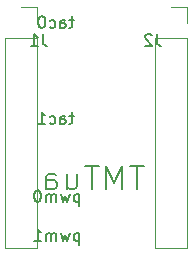
<source format=gbr>
%TF.GenerationSoftware,KiCad,Pcbnew,8.0.4*%
%TF.CreationDate,2024-08-22T18:10:40-07:00*%
%TF.ProjectId,tmtua,746d7475-612e-46b6-9963-61645f706362,0.1*%
%TF.SameCoordinates,Original*%
%TF.FileFunction,Legend,Bot*%
%TF.FilePolarity,Positive*%
%FSLAX46Y46*%
G04 Gerber Fmt 4.6, Leading zero omitted, Abs format (unit mm)*
G04 Created by KiCad (PCBNEW 8.0.4) date 2024-08-22 18:10:40*
%MOMM*%
%LPD*%
G01*
G04 APERTURE LIST*
%ADD10C,0.150000*%
%ADD11C,0.200000*%
%ADD12C,0.120000*%
%ADD13R,1.350000X1.350000*%
%ADD14O,1.350000X1.350000*%
%ADD15R,1.730000X2.030000*%
%ADD16O,1.730000X2.030000*%
%ADD17R,1.700000X1.700000*%
%ADD18O,1.700000X1.700000*%
G04 APERTURE END LIST*
D10*
X103528666Y-56938152D02*
X103147714Y-56938152D01*
X103385809Y-56604819D02*
X103385809Y-57461961D01*
X103385809Y-57461961D02*
X103338190Y-57557200D01*
X103338190Y-57557200D02*
X103242952Y-57604819D01*
X103242952Y-57604819D02*
X103147714Y-57604819D01*
X102385809Y-57604819D02*
X102385809Y-57081009D01*
X102385809Y-57081009D02*
X102433428Y-56985771D01*
X102433428Y-56985771D02*
X102528666Y-56938152D01*
X102528666Y-56938152D02*
X102719142Y-56938152D01*
X102719142Y-56938152D02*
X102814380Y-56985771D01*
X102385809Y-57557200D02*
X102481047Y-57604819D01*
X102481047Y-57604819D02*
X102719142Y-57604819D01*
X102719142Y-57604819D02*
X102814380Y-57557200D01*
X102814380Y-57557200D02*
X102861999Y-57461961D01*
X102861999Y-57461961D02*
X102861999Y-57366723D01*
X102861999Y-57366723D02*
X102814380Y-57271485D01*
X102814380Y-57271485D02*
X102719142Y-57223866D01*
X102719142Y-57223866D02*
X102481047Y-57223866D01*
X102481047Y-57223866D02*
X102385809Y-57176247D01*
X101481047Y-57557200D02*
X101576285Y-57604819D01*
X101576285Y-57604819D02*
X101766761Y-57604819D01*
X101766761Y-57604819D02*
X101861999Y-57557200D01*
X101861999Y-57557200D02*
X101909618Y-57509580D01*
X101909618Y-57509580D02*
X101957237Y-57414342D01*
X101957237Y-57414342D02*
X101957237Y-57128628D01*
X101957237Y-57128628D02*
X101909618Y-57033390D01*
X101909618Y-57033390D02*
X101861999Y-56985771D01*
X101861999Y-56985771D02*
X101766761Y-56938152D01*
X101766761Y-56938152D02*
X101576285Y-56938152D01*
X101576285Y-56938152D02*
X101481047Y-56985771D01*
X100528666Y-57604819D02*
X101100094Y-57604819D01*
X100814380Y-57604819D02*
X100814380Y-56604819D01*
X100814380Y-56604819D02*
X100909618Y-56747676D01*
X100909618Y-56747676D02*
X101004856Y-56842914D01*
X101004856Y-56842914D02*
X101100094Y-56890533D01*
X103528666Y-48810152D02*
X103147714Y-48810152D01*
X103385809Y-48476819D02*
X103385809Y-49333961D01*
X103385809Y-49333961D02*
X103338190Y-49429200D01*
X103338190Y-49429200D02*
X103242952Y-49476819D01*
X103242952Y-49476819D02*
X103147714Y-49476819D01*
X102385809Y-49476819D02*
X102385809Y-48953009D01*
X102385809Y-48953009D02*
X102433428Y-48857771D01*
X102433428Y-48857771D02*
X102528666Y-48810152D01*
X102528666Y-48810152D02*
X102719142Y-48810152D01*
X102719142Y-48810152D02*
X102814380Y-48857771D01*
X102385809Y-49429200D02*
X102481047Y-49476819D01*
X102481047Y-49476819D02*
X102719142Y-49476819D01*
X102719142Y-49476819D02*
X102814380Y-49429200D01*
X102814380Y-49429200D02*
X102861999Y-49333961D01*
X102861999Y-49333961D02*
X102861999Y-49238723D01*
X102861999Y-49238723D02*
X102814380Y-49143485D01*
X102814380Y-49143485D02*
X102719142Y-49095866D01*
X102719142Y-49095866D02*
X102481047Y-49095866D01*
X102481047Y-49095866D02*
X102385809Y-49048247D01*
X101481047Y-49429200D02*
X101576285Y-49476819D01*
X101576285Y-49476819D02*
X101766761Y-49476819D01*
X101766761Y-49476819D02*
X101861999Y-49429200D01*
X101861999Y-49429200D02*
X101909618Y-49381580D01*
X101909618Y-49381580D02*
X101957237Y-49286342D01*
X101957237Y-49286342D02*
X101957237Y-49000628D01*
X101957237Y-49000628D02*
X101909618Y-48905390D01*
X101909618Y-48905390D02*
X101861999Y-48857771D01*
X101861999Y-48857771D02*
X101766761Y-48810152D01*
X101766761Y-48810152D02*
X101576285Y-48810152D01*
X101576285Y-48810152D02*
X101481047Y-48857771D01*
X100861999Y-48476819D02*
X100766761Y-48476819D01*
X100766761Y-48476819D02*
X100671523Y-48524438D01*
X100671523Y-48524438D02*
X100623904Y-48572057D01*
X100623904Y-48572057D02*
X100576285Y-48667295D01*
X100576285Y-48667295D02*
X100528666Y-48857771D01*
X100528666Y-48857771D02*
X100528666Y-49095866D01*
X100528666Y-49095866D02*
X100576285Y-49286342D01*
X100576285Y-49286342D02*
X100623904Y-49381580D01*
X100623904Y-49381580D02*
X100671523Y-49429200D01*
X100671523Y-49429200D02*
X100766761Y-49476819D01*
X100766761Y-49476819D02*
X100861999Y-49476819D01*
X100861999Y-49476819D02*
X100957237Y-49429200D01*
X100957237Y-49429200D02*
X101004856Y-49381580D01*
X101004856Y-49381580D02*
X101052475Y-49286342D01*
X101052475Y-49286342D02*
X101100094Y-49095866D01*
X101100094Y-49095866D02*
X101100094Y-48857771D01*
X101100094Y-48857771D02*
X101052475Y-48667295D01*
X101052475Y-48667295D02*
X101004856Y-48572057D01*
X101004856Y-48572057D02*
X100957237Y-48524438D01*
X100957237Y-48524438D02*
X100861999Y-48476819D01*
X103988951Y-66844152D02*
X103988951Y-67844152D01*
X103988951Y-66891771D02*
X103893713Y-66844152D01*
X103893713Y-66844152D02*
X103703237Y-66844152D01*
X103703237Y-66844152D02*
X103607999Y-66891771D01*
X103607999Y-66891771D02*
X103560380Y-66939390D01*
X103560380Y-66939390D02*
X103512761Y-67034628D01*
X103512761Y-67034628D02*
X103512761Y-67320342D01*
X103512761Y-67320342D02*
X103560380Y-67415580D01*
X103560380Y-67415580D02*
X103607999Y-67463200D01*
X103607999Y-67463200D02*
X103703237Y-67510819D01*
X103703237Y-67510819D02*
X103893713Y-67510819D01*
X103893713Y-67510819D02*
X103988951Y-67463200D01*
X103179427Y-66844152D02*
X102988951Y-67510819D01*
X102988951Y-67510819D02*
X102798475Y-67034628D01*
X102798475Y-67034628D02*
X102607999Y-67510819D01*
X102607999Y-67510819D02*
X102417523Y-66844152D01*
X102036570Y-67510819D02*
X102036570Y-66844152D01*
X102036570Y-66939390D02*
X101988951Y-66891771D01*
X101988951Y-66891771D02*
X101893713Y-66844152D01*
X101893713Y-66844152D02*
X101750856Y-66844152D01*
X101750856Y-66844152D02*
X101655618Y-66891771D01*
X101655618Y-66891771D02*
X101607999Y-66987009D01*
X101607999Y-66987009D02*
X101607999Y-67510819D01*
X101607999Y-66987009D02*
X101560380Y-66891771D01*
X101560380Y-66891771D02*
X101465142Y-66844152D01*
X101465142Y-66844152D02*
X101322285Y-66844152D01*
X101322285Y-66844152D02*
X101227046Y-66891771D01*
X101227046Y-66891771D02*
X101179427Y-66987009D01*
X101179427Y-66987009D02*
X101179427Y-67510819D01*
X100179428Y-67510819D02*
X100750856Y-67510819D01*
X100465142Y-67510819D02*
X100465142Y-66510819D01*
X100465142Y-66510819D02*
X100560380Y-66653676D01*
X100560380Y-66653676D02*
X100655618Y-66748914D01*
X100655618Y-66748914D02*
X100750856Y-66796533D01*
D11*
X109441714Y-61144838D02*
X108298857Y-61144838D01*
X108870286Y-63144838D02*
X108870286Y-61144838D01*
X107632190Y-63144838D02*
X107632190Y-61144838D01*
X107632190Y-61144838D02*
X106965523Y-62573409D01*
X106965523Y-62573409D02*
X106298857Y-61144838D01*
X106298857Y-61144838D02*
X106298857Y-63144838D01*
X105632190Y-61144838D02*
X104489333Y-61144838D01*
X105060762Y-63144838D02*
X105060762Y-61144838D01*
X102965523Y-61811504D02*
X102965523Y-63144838D01*
X103822666Y-61811504D02*
X103822666Y-62859123D01*
X103822666Y-62859123D02*
X103727428Y-63049600D01*
X103727428Y-63049600D02*
X103536952Y-63144838D01*
X103536952Y-63144838D02*
X103251237Y-63144838D01*
X103251237Y-63144838D02*
X103060761Y-63049600D01*
X103060761Y-63049600D02*
X102965523Y-62954361D01*
X101155999Y-63144838D02*
X101155999Y-62097219D01*
X101155999Y-62097219D02*
X101251237Y-61906742D01*
X101251237Y-61906742D02*
X101441713Y-61811504D01*
X101441713Y-61811504D02*
X101822666Y-61811504D01*
X101822666Y-61811504D02*
X102013142Y-61906742D01*
X101155999Y-63049600D02*
X101346475Y-63144838D01*
X101346475Y-63144838D02*
X101822666Y-63144838D01*
X101822666Y-63144838D02*
X102013142Y-63049600D01*
X102013142Y-63049600D02*
X102108380Y-62859123D01*
X102108380Y-62859123D02*
X102108380Y-62668647D01*
X102108380Y-62668647D02*
X102013142Y-62478171D01*
X102013142Y-62478171D02*
X101822666Y-62382933D01*
X101822666Y-62382933D02*
X101346475Y-62382933D01*
X101346475Y-62382933D02*
X101155999Y-62287695D01*
D10*
X103988951Y-63542152D02*
X103988951Y-64542152D01*
X103988951Y-63589771D02*
X103893713Y-63542152D01*
X103893713Y-63542152D02*
X103703237Y-63542152D01*
X103703237Y-63542152D02*
X103607999Y-63589771D01*
X103607999Y-63589771D02*
X103560380Y-63637390D01*
X103560380Y-63637390D02*
X103512761Y-63732628D01*
X103512761Y-63732628D02*
X103512761Y-64018342D01*
X103512761Y-64018342D02*
X103560380Y-64113580D01*
X103560380Y-64113580D02*
X103607999Y-64161200D01*
X103607999Y-64161200D02*
X103703237Y-64208819D01*
X103703237Y-64208819D02*
X103893713Y-64208819D01*
X103893713Y-64208819D02*
X103988951Y-64161200D01*
X103179427Y-63542152D02*
X102988951Y-64208819D01*
X102988951Y-64208819D02*
X102798475Y-63732628D01*
X102798475Y-63732628D02*
X102607999Y-64208819D01*
X102607999Y-64208819D02*
X102417523Y-63542152D01*
X102036570Y-64208819D02*
X102036570Y-63542152D01*
X102036570Y-63637390D02*
X101988951Y-63589771D01*
X101988951Y-63589771D02*
X101893713Y-63542152D01*
X101893713Y-63542152D02*
X101750856Y-63542152D01*
X101750856Y-63542152D02*
X101655618Y-63589771D01*
X101655618Y-63589771D02*
X101607999Y-63685009D01*
X101607999Y-63685009D02*
X101607999Y-64208819D01*
X101607999Y-63685009D02*
X101560380Y-63589771D01*
X101560380Y-63589771D02*
X101465142Y-63542152D01*
X101465142Y-63542152D02*
X101322285Y-63542152D01*
X101322285Y-63542152D02*
X101227046Y-63589771D01*
X101227046Y-63589771D02*
X101179427Y-63685009D01*
X101179427Y-63685009D02*
X101179427Y-64208819D01*
X100512761Y-63208819D02*
X100417523Y-63208819D01*
X100417523Y-63208819D02*
X100322285Y-63256438D01*
X100322285Y-63256438D02*
X100274666Y-63304057D01*
X100274666Y-63304057D02*
X100227047Y-63399295D01*
X100227047Y-63399295D02*
X100179428Y-63589771D01*
X100179428Y-63589771D02*
X100179428Y-63827866D01*
X100179428Y-63827866D02*
X100227047Y-64018342D01*
X100227047Y-64018342D02*
X100274666Y-64113580D01*
X100274666Y-64113580D02*
X100322285Y-64161200D01*
X100322285Y-64161200D02*
X100417523Y-64208819D01*
X100417523Y-64208819D02*
X100512761Y-64208819D01*
X100512761Y-64208819D02*
X100607999Y-64161200D01*
X100607999Y-64161200D02*
X100655618Y-64113580D01*
X100655618Y-64113580D02*
X100703237Y-64018342D01*
X100703237Y-64018342D02*
X100750856Y-63827866D01*
X100750856Y-63827866D02*
X100750856Y-63589771D01*
X100750856Y-63589771D02*
X100703237Y-63399295D01*
X100703237Y-63399295D02*
X100655618Y-63304057D01*
X100655618Y-63304057D02*
X100607999Y-63256438D01*
X100607999Y-63256438D02*
X100512761Y-63208819D01*
X110569333Y-50000819D02*
X110569333Y-50715104D01*
X110569333Y-50715104D02*
X110616952Y-50857961D01*
X110616952Y-50857961D02*
X110712190Y-50953200D01*
X110712190Y-50953200D02*
X110855047Y-51000819D01*
X110855047Y-51000819D02*
X110950285Y-51000819D01*
X110140761Y-50096057D02*
X110093142Y-50048438D01*
X110093142Y-50048438D02*
X109997904Y-50000819D01*
X109997904Y-50000819D02*
X109759809Y-50000819D01*
X109759809Y-50000819D02*
X109664571Y-50048438D01*
X109664571Y-50048438D02*
X109616952Y-50096057D01*
X109616952Y-50096057D02*
X109569333Y-50191295D01*
X109569333Y-50191295D02*
X109569333Y-50286533D01*
X109569333Y-50286533D02*
X109616952Y-50429390D01*
X109616952Y-50429390D02*
X110188380Y-51000819D01*
X110188380Y-51000819D02*
X109569333Y-51000819D01*
X100917333Y-50000819D02*
X100917333Y-50715104D01*
X100917333Y-50715104D02*
X100964952Y-50857961D01*
X100964952Y-50857961D02*
X101060190Y-50953200D01*
X101060190Y-50953200D02*
X101203047Y-51000819D01*
X101203047Y-51000819D02*
X101298285Y-51000819D01*
X99917333Y-51000819D02*
X100488761Y-51000819D01*
X100203047Y-51000819D02*
X100203047Y-50000819D01*
X100203047Y-50000819D02*
X100298285Y-50143676D01*
X100298285Y-50143676D02*
X100393523Y-50238914D01*
X100393523Y-50238914D02*
X100488761Y-50286533D01*
D12*
%TO.C,J2*%
X110430000Y-50292000D02*
X113090000Y-50292000D01*
X110430000Y-68132000D02*
X110430000Y-50292000D01*
X110430000Y-68132000D02*
X113090000Y-68132000D01*
X111760000Y-47692000D02*
X113090000Y-47692000D01*
X113090000Y-47692000D02*
X113090000Y-49022000D01*
X113090000Y-68132000D02*
X113090000Y-50292000D01*
%TO.C,J1*%
X97730000Y-50292000D02*
X100390000Y-50292000D01*
X97730000Y-68132000D02*
X97730000Y-50292000D01*
X97730000Y-68132000D02*
X100390000Y-68132000D01*
X99060000Y-47692000D02*
X100390000Y-47692000D01*
X100390000Y-47692000D02*
X100390000Y-49022000D01*
X100390000Y-68132000D02*
X100390000Y-50292000D01*
%TD*%
%LPC*%
D13*
%TO.C,J4*%
X104680000Y-59817000D03*
D14*
X106680000Y-59817000D03*
X108680000Y-59817000D03*
%TD*%
D15*
%TO.C,CN1*%
X109210000Y-55418000D03*
D16*
X106670000Y-55418000D03*
X104130000Y-55418000D03*
X101590000Y-55418000D03*
%TD*%
D15*
%TO.C,CN2*%
X109220000Y-65532000D03*
D16*
X106680000Y-65532000D03*
X104140000Y-65532000D03*
X101600000Y-65532000D03*
%TD*%
D13*
%TO.C,J3*%
X104680000Y-49657000D03*
D14*
X106680000Y-49657000D03*
X108680000Y-49657000D03*
%TD*%
D17*
%TO.C,J2*%
X111760000Y-49022000D03*
D18*
X111760000Y-51562000D03*
X111760000Y-54102000D03*
X111760000Y-56642000D03*
X111760000Y-59182000D03*
X111760000Y-61722000D03*
X111760000Y-64262000D03*
X111760000Y-66802000D03*
%TD*%
D17*
%TO.C,J1*%
X99060000Y-49022000D03*
D18*
X99060000Y-51562000D03*
X99060000Y-54102000D03*
X99060000Y-56642000D03*
X99060000Y-59182000D03*
X99060000Y-61722000D03*
X99060000Y-64262000D03*
X99060000Y-66802000D03*
%TD*%
%LPD*%
M02*

</source>
